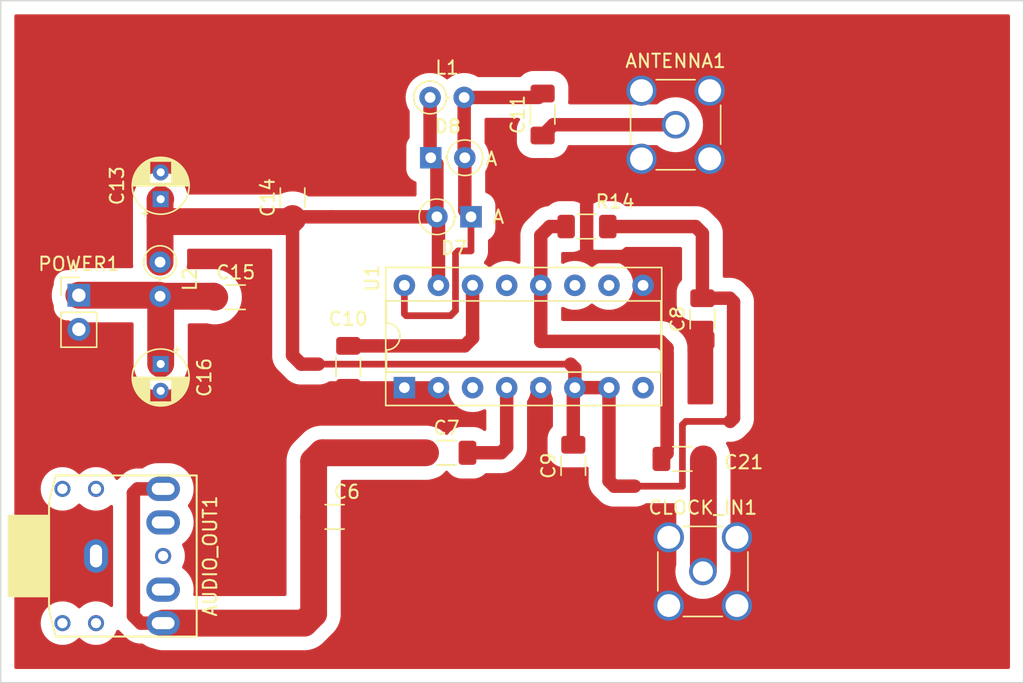
<source format=kicad_pcb>
(kicad_pcb (version 20211014) (generator pcbnew)
  (layers (0 "F.Cu" signal) (31 "B.Cu" signal) (34 "B.Paste" user) (35 "F.Paste" user) (36 "B.SilkS" user "B.Silkscreen") (37 "F.SilkS" user "F.Silkscreen") (38 "B.Mask" user) (39 "F.Mask" user) (44 "Edge.Cuts" user))
  (net 0 "")
  (net 1 "GNDPWR")
  (net 2 "RXB")
  (net 3 "RXA")
  (net 4 "Net-(C11-Pad2)")
  (net 5 "Net-(C11-Pad1)")
  (net 6 "RX_OSC")
  (net 7 "Net-(C21-Pad1)")
  (net 8 "Net-(C13-Pad1)")
  (net 9 "Net-(C10-Pad2)")
  (net 17 "+5V")
  (footprint "Package_DIP:DIP-16_W7.62mm_Socket" (layer "F.Cu") (at 122.8 82.83 90)
    (fp_text reference "U1" (at 8.154 -2.404 90) (layer "F.SilkS"))
    (fp_text value "CD2003GB_GP" hide)
    (fp_line (start 8.95 19.17) (end 8.95 -1.39) (layer "F.SilkS") (width 0.12))
    (fp_line (start 6.46 19.11) (end 6.46 -1.33) (layer "F.SilkS") (width 0.12))
    (fp_line (start 1.16 19.11) (end 6.46 19.11) (layer "F.SilkS") (width 0.12))
    (fp_line (start -1.33 -1.39) (end -1.33 19.17) (layer "F.SilkS") (width 0.12))
    (fp_line (start 8.95 -1.39) (end -1.33 -1.39) (layer "F.SilkS") (width 0.12))
    (fp_line (start -1.33 19.17) (end 8.95 19.17) (layer "F.SilkS") (width 0.12))
    (fp_line (start 2.81 -1.33) (end 1.16 -1.33) (layer "F.SilkS") (width 0.12))
    (fp_line (start 6.46 -1.33) (end 4.81 -1.33) (layer "F.SilkS") (width 0.12))
    (fp_line (start 1.16 -1.33) (end 1.16 19.11) (layer "F.SilkS") (width 0.12))
    (fp_arc (start 4.81 -1.33) (mid 3.81 -0.33) (end 2.81 -1.33) (layer "F.SilkS") (width 0.12))
    (pad "1" thru_hole rect (at 0 0 90) (size 1.6 1.6) (drill 0.8) (layers *.Cu *.Mask) (net 1 "GNDPWR"))
    (pad "2" thru_hole oval (at 0 2.54 90) (size 1.6 1.6) (drill 0.8) (layers *.Cu *.Mask) (net 1 "GNDPWR"))
    (pad "3" thru_hole oval (at 0 5.08 90) (size 1.6 1.6) (drill 0.8) (layers *.Cu *.Mask))
    (pad "4" thru_hole oval (at 0 7.62 90) (size 1.6 1.6) (drill 0.8) (layers *.Cu *.Mask) (net 3 "RXA"))
    (pad "5" thru_hole oval (at 0 10.16 90) (size 1.6 1.6) (drill 0.8) (layers *.Cu *.Mask) (net 1 "GNDPWR"))
    (pad "6" thru_hole oval (at 0 12.7 90) (size 1.6 1.6) (drill 0.8) (layers *.Cu *.Mask) (net 8 "Net-(C13-Pad1)"))
    (pad "7" thru_hole oval (at 0 15.24 90) (size 1.6 1.6) (drill 0.8) (layers *.Cu *.Mask) (net 8 "Net-(C13-Pad1)"))
    (pad "8" thru_hole oval (at 0 17.78 90) (size 1.6 1.6) (drill 0.8) (layers *.Cu *.Mask))
    (pad "9" thru_hole oval (at 7.62 17.78 90) (size 1.6 1.6) (drill 0.8) (layers *.Cu *.Mask) (net 1 "GNDPWR"))
    (pad "10" thru_hole oval (at 7.62 15.24 90) (size 1.6 1.6) (drill 0.8) (layers *.Cu *.Mask))
    (pad "11" thru_hole oval (at 7.62 12.7 90) (size 1.6 1.6) (drill 0.8) (layers *.Cu *.Mask))
    (pad "12" thru_hole oval (at 7.62 10.16 90) (size 1.6 1.6) (drill 0.8) (layers *.Cu *.Mask) (net 7 "Net-(C21-Pad1)"))
    (pad "13" thru_hole oval (at 7.62 7.62 90) (size 1.6 1.6) (drill 0.8) (layers *.Cu *.Mask))
    (pad "14" thru_hole oval (at 7.62 5.08 90) (size 1.6 1.6) (drill 0.8) (layers *.Cu *.Mask) (net 9 "Net-(C10-Pad2)"))
    (pad "15" thru_hole oval (at 7.62 2.54 90) (size 1.6 1.6) (drill 0.8) (layers *.Cu *.Mask) (net 8 "Net-(C13-Pad1)"))
    (pad "16" thru_hole oval (at 7.62 0 90) (size 1.6 1.6) (drill 0.8) (layers *.Cu *.Mask) (net 4 "Net-(C11-Pad2)"))
  )
  (footprint "Capacitor_SMD:C_1206_3216Metric_Pad1.33x1.80mm_HandSolder" (layer "F.Cu") (at 117.602 92.456)
    (fp_text reference "C6" (at 0.916 -1.862) (layer "F.SilkS"))
    (fp_text value "100nF" hide)
    (fp_line (start -0.711252 -0.91) (end 0.711252 -0.91) (layer "F.SilkS") (width 0.12))
    (fp_line (start -0.711252 0.91) (end 0.711252 0.91) (layer "F.SilkS") (width 0.12))
    (pad "1" smd roundrect (at -1.5625 0) (size 1.325 1.8) (layers "F.Cu" "F.Paste" "F.Mask") (roundrect_rratio 0.188679) (net 2 "RXB"))
    (pad "2" smd roundrect (at 1.5625 0) (size 1.325 1.8) (layers "F.Cu" "F.Paste" "F.Mask") (roundrect_rratio 0.188679) (net 1 "GNDPWR"))
  )
  (footprint "Capacitor_SMD:C_1206_3216Metric_Pad1.33x1.80mm_HandSolder" (layer "F.Cu") (at 133.096 62.484 90)
    (fp_text reference "C11" (at 0 -1.85 90) (layer "F.SilkS"))
    (fp_text value "680pF" hide)
    (fp_line (start -0.711252 -0.91) (end 0.711252 -0.91) (layer "F.SilkS") (width 0.12))
    (fp_line (start -0.711252 0.91) (end 0.711252 0.91) (layer "F.SilkS") (width 0.12))
    (pad "1" smd roundrect (at -1.5625 0 90) (size 1.325 1.8) (layers "F.Cu" "F.Paste" "F.Mask") (roundrect_rratio 0.188679) (net 5 "Net-(C11-Pad1)"))
    (pad "2" smd roundrect (at 1.5625 0 90) (size 1.325 1.8) (layers "F.Cu" "F.Paste" "F.Mask") (roundrect_rratio 0.188679) (net 4 "Net-(C11-Pad2)"))
  )
  (footprint "Capacitor_SMD:C_1206_3216Metric_Pad1.33x1.80mm_HandSolder" (layer "F.Cu") (at 118.618 81.28 90)
    (fp_text reference "C10" (at 3.586 -0.01 180) (layer "F.SilkS"))
    (fp_text value "100nF" hide)
    (fp_line (start -0.711252 0.91) (end 0.711252 0.91) (layer "F.SilkS") (width 0.12))
    (fp_line (start -0.711252 -0.91) (end 0.711252 -0.91) (layer "F.SilkS") (width 0.12))
    (pad "1" smd roundrect (at -1.5625 0 90) (size 1.325 1.8) (layers "F.Cu" "F.Paste" "F.Mask") (roundrect_rratio 0.188679) (net 1 "GNDPWR"))
    (pad "2" smd roundrect (at 1.5625 0 90) (size 1.325 1.8) (layers "F.Cu" "F.Paste" "F.Mask") (roundrect_rratio 0.188679) (net 9 "Net-(C10-Pad2)"))
  )
  (footprint "Capacitor_SMD:C_1206_3216Metric_Pad1.33x1.80mm_HandSolder" (layer "F.Cu") (at 145 77.73 90)
    (fp_text reference "C8" (at 0 -1.85 90) (layer "F.SilkS"))
    (fp_text value "100nF" hide)
    (fp_line (start -0.711252 0.91) (end 0.711252 0.91) (layer "F.SilkS") (width 0.12))
    (fp_line (start -0.711252 -0.91) (end 0.711252 -0.91) (layer "F.SilkS") (width 0.12))
    (pad "1" smd roundrect (at -1.5625 0 90) (size 1.325 1.8) (layers "F.Cu" "F.Paste" "F.Mask") (roundrect_rratio 0.188679) (net 1 "GNDPWR"))
    (pad "2" smd roundrect (at 1.5625 0 90) (size 1.325 1.8) (layers "F.Cu" "F.Paste" "F.Mask") (roundrect_rratio 0.188679) (net 8 "Net-(C13-Pad1)"))
  )
  (footprint "Capacitor_SMD:C_1206_3216Metric_Pad1.33x1.80mm_HandSolder" (layer "F.Cu") (at 143.51 88.138)
    (fp_text reference "C21" (at 4.568 0.246) (layer "F.SilkS"))
    (fp_text value "100nF" hide)
    (fp_line (start -0.711252 -0.91) (end 0.711252 -0.91) (layer "F.SilkS") (width 0.12))
    (fp_line (start -0.711252 0.91) (end 0.711252 0.91) (layer "F.SilkS") (width 0.12))
    (pad "1" smd roundrect (at -1.5625 0) (size 1.325 1.8) (layers "F.Cu" "F.Paste" "F.Mask") (roundrect_rratio 0.188679) (net 7 "Net-(C21-Pad1)"))
    (pad "2" smd roundrect (at 1.5625 0) (size 1.325 1.8) (layers "F.Cu" "F.Paste" "F.Mask") (roundrect_rratio 0.188679) (net 6 "RX_OSC"))
  )
  (footprint "Capacitor_SMD:C_1206_3216Metric_Pad1.33x1.80mm_HandSolder" (layer "F.Cu") (at 135.382 88.646 90)
    (fp_text reference "C9" (at 0 -1.85 90) (layer "F.SilkS"))
    (fp_text value "100nF" hide)
    (fp_line (start -0.711252 -0.91) (end 0.711252 -0.91) (layer "F.SilkS") (width 0.12))
    (fp_line (start -0.711252 0.91) (end 0.711252 0.91) (layer "F.SilkS") (width 0.12))
    (pad "1" smd roundrect (at -1.5625 0 90) (size 1.325 1.8) (layers "F.Cu" "F.Paste" "F.Mask") (roundrect_rratio 0.188679) (net 1 "GNDPWR"))
    (pad "2" smd roundrect (at 1.5625 0 90) (size 1.325 1.8) (layers "F.Cu" "F.Paste" "F.Mask") (roundrect_rratio 0.188679) (net 8 "Net-(C13-Pad1)"))
  )
  (footprint "Capacitor_THT:CP_Radial_D4.0mm_P2.00mm" (layer "F.Cu") (at 104.648 68.790599 90)
    (fp_text reference "C13" (at 1 -3.25 90) (layer "F.SilkS"))
    (fp_text value "10uF/16V" hide)
    (fp_line (start 3.001 -0.664) (end 3.001 0.664) (layer "F.SilkS") (width 0.12))
    (fp_line (start 1.32 -2.056) (end 1.32 -0.84) (layer "F.SilkS") (width 0.12))
    (fp_line (start 2.201 -1.708) (end 2.201 -0.84) (layer "F.SilkS") (width 0.12))
    (fp_line (start 2.041 0.84) (end 2.041 1.808) (layer "F.SilkS") (width 0.12))
    (fp_line (start 2.561 -1.396) (end 2.561 -0.84) (layer "F.SilkS") (width 0.12))
    (fp_line (start 2.801 -1.08) (end 2.801 -0.84) (layer "F.SilkS") (width 0.12))
    (fp_line (start 2.681 0.84) (end 2.681 1.254) (layer "F.SilkS") (width 0.12))
    (fp_line (start 1.6 0.84) (end 1.6 1.994) (layer "F.SilkS") (width 0.12))
    (fp_line (start 1.56 0.84) (end 1.56 2.005) (layer "F.SilkS") (width 0.12))
    (fp_line (start 1.2 -2.071) (end 1.2 -0.84) (layer "F.SilkS") (width 0.12))
    (fp_line (start 1.921 0.84) (end 1.921 1.87) (layer "F.SilkS") (width 0.12))
    (fp_line (start 1.68 0.84) (end 1.68 1.968) (layer "F.SilkS") (width 0.12))
    (fp_line (start 1.44 0.84) (end 1.44 2.034) (layer "F.SilkS") (width 0.12))
    (fp_line (start 1.761 -1.94) (end 1.761 -0.84) (layer "F.SilkS") (width 0.12))
    (fp_line (start 2.641 0.84) (end 2.641 1.304) (layer "F.SilkS") (width 0.12))
    (fp_line (start 1.24 0.84) (end 1.24 2.067) (layer "F.SilkS") (width 0.12))
    (fp_line (start 1.721 -1.954) (end 1.721 -0.84) (layer "F.SilkS") (width 0.12))
    (fp_line (start 2.721 0.84) (end 2.721 1.2) (layer "F.SilkS") (width 0.12))
    (fp_line (start 1.4 0.84) (end 1.4 2.042) (layer "F.SilkS") (width 0.12))
    (fp_line (start 1.64 0.84) (end 1.64 1.982) (layer "F.SilkS") (width 0.12))
    (fp_line (start 2.081 0.84) (end 2.081 1.785) (layer "F.SilkS") (width 0.12))
    (fp_line (start 2.161 -1.735) (end 2.161 -0.84) (layer "F.SilkS") (width 0.12))
    (fp_line (start 1.64 -1.982) (end 1.64 -0.84) (layer "F.SilkS") (width 0.12))
    (fp_line (start 2.241 0.84) (end 2.241 1.68) (layer "F.SilkS") (width 0.12))
    (fp_line (start 1.28 0.84) (end 1.28 2.062) (layer "F.SilkS") (width 0.12))
    (fp_line (start 2.801 0.84) (end 2.801 1.08) (layer "F.SilkS") (width 0.12))
    (fp_line (start 1.48 -2.025) (end 1.48 -0.84) (layer "F.SilkS") (width 0.12))
    (fp_line (start 1.56 -2.005) (end 1.56 -0.84) (layer "F.SilkS") (width 0.12))
    (fp_line (start 2.881 -0.94) (end 2.881 0.94) (layer "F.SilkS") (width 0.12))
    (fp_line (start 2.921 -0.859) (end 2.921 0.859) (layer "F.SilkS") (width 0.12))
    (fp_line (start 2.761 -1.142) (end 2.761 -0.84) (layer "F.SilkS") (width 0.12))
    (fp_line (start 1.801 -1.924) (end 1.801 -0.84) (layer "F.SilkS") (width 0.12))
    (fp_line (start 1.2 0.84) (end 1.2 2.071) (layer "F.SilkS") (width 0.12))
    (fp_line (start 2.041 -1.808) (end 2.041 -0.84) (layer "F.SilkS") (width 0.12))
    (fp_line (start 2.561 0.84) (end 2.561 1.396) (layer "F.SilkS") (width 0.12))
    (fp_line (start 2.121 -1.76) (end 2.121 -0.84) (layer "F.SilkS") (width 0.12))
    (fp_line (start 2.721 -1.2) (end 2.721 -0.84) (layer "F.SilkS") (width 0.12))
    (fp_line (start 2.401 -1.552) (end 2.401 -0.84) (layer "F.SilkS") (width 0.12))
    (fp_line (start 2.961 -0.768) (end 2.961 0.768) (layer "F.SilkS") (width 0.12))
    (fp_line (start 2.841 -1.013) (end 2.841 1.013) (layer "F.SilkS") (width 0.12))
    (fp_line (start 1.16 -2.074) (end 1.16 2.074) (layer "F.SilkS") (width 0.12))
    (fp_line (start 1.68 -1.968) (end 1.68 -0.84) (layer "F.SilkS") (width 0.12))
    (fp_line (start 2.001 0.84) (end 2.001 1.83) (layer "F.SilkS") (width 0.12))
    (fp_line (start 1.32 0.84) (end 1.32 2.056) (layer "F.SilkS") (width 0.12))
    (fp_line (start 3.041 -0.537) (end 3.041 0.537) (layer "F.SilkS") (width 0.12))
    (fp_line (start 2.201 0.84) (end 2.201 1.708) (layer "F.SilkS") (width 0.12))
    (fp_line (start 2.481 0.84) (end 2.481 1.478) (layer "F.SilkS") (width 0.12))
    (fp_line (start 1.24 -2.067) (end 1.24 -0.84) (layer "F.SilkS") (width 0.12))
    (fp_line (start 2.161 0.84) (end 2.161 1.735) (layer "F.SilkS") (width 0.12))
    (fp_line (start 2.281 0.84) (end 2.281 1.65) (layer "F.SilkS") (width 0.12))
    (fp_line (start 1.881 -1.889) (end 1.881 -0.84) (layer "F.SilkS") (width 0.12))
    (fp_line (start 1.36 -2.05) (end 1.36 -0.84) (layer "F.SilkS") (width 0.12))
    (fp_line (start 2.321 -1.619) (end 2.321 -0.84) (layer "F.SilkS") (width 0.12))
    (fp_line (start 1.6 -1.994) (end 1.6 -0.84) (layer "F.SilkS") (width 0.12))
    (fp_line (start 1.761 0.84) (end 1.761 1.94) (layer "F.SilkS") (width 0.12))
    (fp_line (start 1.921 -1.87) (end 1.921 -0.84) (layer "F.SilkS") (width 0.12))
    (fp_line (start 2.601 0.84) (end 2.601 1.351) (layer "F.SilkS") (width 0.12))
    (fp_line (start 1.841 0.84) (end 1.841 1.907) (layer "F.SilkS") (width 0.12))
    (fp_line (start 1.801 0.84) (end 1.801 1.924) (layer "F.SilkS") (width 0.12))
    (fp_line (start 2.281 -1.65) (end 2.281 -0.84) (layer "F.SilkS") (width 0.12))
    (fp_line (start 2.521 -1.438) (end 2.521 -0.84) (layer "F.SilkS") (width 0.12))
    (fp_line (start 2.401 0.84) (end 2.401 1.552) (layer "F.SilkS") (width 0.12))
    (fp_line (start 2.361 -1.587) (end 2.361 -0.84) (layer "F.SilkS") (width 0.12))
    (fp_line (start 2.761 0.84) (end 2.761 1.142) (layer "F.SilkS") (width 0.12))
    (fp_line (start 2.441 0.84) (end 2.441 1.516) (layer "F.SilkS") (width 0.12))
    (fp_line (start 2.681 -1.254) (end 2.681 -0.84) (layer "F.SilkS") (width 0.12))
    (fp_line (start 1 -2.08) (end 1 2.08) (layer "F.SilkS") (width 0.12))
    (fp_line (start 2.481 -1.478) (end 2.481 -0.84) (layer "F.SilkS") (width 0.12))
    (fp_line (start -1.069801 -1.395) (end -1.069801 -0.995) (layer "F.SilkS") (width 0.12))
    (fp_line (start 2.521 0.84) (end 2.521 1.438) (layer "F.SilkS") (width 0.12))
    (fp_line (start 2.601 -1.351) (end 2.601 -0.84) (layer "F.SilkS") (width 0.12))
    (fp_line (start 1.721 0.84) (end 1.721 1.954) (layer "F.SilkS") (width 0.12))
    (fp_line (start 1.881 0.84) (end 1.881 1.889) (layer "F.SilkS") (width 0.12))
    (fp_line (start 2.241 -1.68) (end 2.241 -0.84) (layer "F.SilkS") (width 0.12))
    (fp_line (start 1.28 -2.062) (end 1.28 -0.84) (layer "F.SilkS") (width 0.12))
    (fp_line (start 1.04 -2.08) (end 1.04 2.08) (layer "F.SilkS") (width 0.12))
    (fp_line (start 1.08 -2.079) (end 1.08 2.079) (layer "F.SilkS") (width 0.12))
    (fp_line (start 2.001 -1.83) (end 2.001 -0.84) (layer "F.SilkS") (width 0.12))
    (fp_line (start 2.081 -1.785) (end 2.081 -0.84) (layer "F.SilkS") (width 0.12))
    (fp_line (start 1.52 0.84) (end 1.52 2.016) (layer "F.SilkS") (width 0.12))
    (fp_line (start 1.44 -2.034) (end 1.44 -0.84) (layer "F.SilkS") (width 0.12))
    (fp_line (start 1.961 -1.851) (end 1.961 -0.84) (layer "F.SilkS") (width 0.12))
    (fp_line (start 1.36 0.84) (end 1.36 2.05) (layer "F.SilkS") (width 0.12))
    (fp_line (start 1.4 -2.042) (end 1.4 -0.84) (layer "F.SilkS") (width 0.12))
    (fp_line (start 1.52 -2.016) (end 1.52 -0.84) (layer "F.SilkS") (width 0.12))
    (fp_line (start 3.081 -0.37) (end 3.081 0.37) (layer "F.SilkS") (width 0.12))
    (fp_line (start 2.321 0.84) (end 2.321 1.619) (layer "F.SilkS") (width 0.12))
    (fp_line (start 2.121 0.84) (end 2.121 1.76) (layer "F.SilkS") (width 0.12))
    (fp_line (start 2.361 0.84) (end 2.361 1.587) (layer "F.SilkS") (width 0.12))
    (fp_line (start 2.441 -1.516) (end 2.441 -0.84) (layer "F.SilkS") (width 0.12))
    (fp_line (start 2.641 -1.304) (end 2.641 -0.84) (layer "F.SilkS") (width 0.12))
    (fp_line (start 1.48 0.84) (end 1.48 2.025) (layer "F.SilkS") (width 0.12))
    (fp_line (start 1.961 0.84) (end 1.961 1.851) (layer "F.SilkS") (width 0.12))
    (fp_line (start -1.269801 -1.195) (end -0.869801 -1.195) (layer "F.SilkS") (width 0.12))
    (fp_line (start 1.841 -1.907) (end 1.841 -0.84) (layer "F.SilkS") (width 0.12))
    (fp_line (start 1.12 -2.077) (end 1.12 2.077) (layer "F.SilkS") (width 0.12))
    (fp_circle (center 1 0) (end 3.12 0) (layer "F.SilkS") (width 0.12) (fill none))
    (pad "1" thru_hole rect (at 0 0 90) (size 1.2 1.2) (drill 0.6) (layers *.Cu *.Mask) (net 8 "Net-(C13-Pad1)"))
    (pad "2" thru_hole circle (at 2 0 90) (size 1.2 1.2) (drill 0.6) (layers *.Cu *.Mask) (net 1 "GNDPWR"))
  )
  (footprint "Capacitor_SMD:C_1206_3216Metric_Pad1.33x1.80mm_HandSolder" (layer "F.Cu") (at 114.47 68.67 90)
    (fp_text reference "C14" (at 0 -1.85 90) (layer "F.SilkS"))
    (fp_text value "100nF" hide)
    (fp_line (start -0.711252 0.91) (end 0.711252 0.91) (layer "F.SilkS") (width 0.12))
    (fp_line (start -0.711252 -0.91) (end 0.711252 -0.91) (layer "F.SilkS") (width 0.12))
    (pad "1" smd roundrect (at -1.5625 0 90) (size 1.325 1.8) (layers "F.Cu" "F.Paste" "F.Mask") (roundrect_rratio 0.188679) (net 8 "Net-(C13-Pad1)"))
    (pad "2" smd roundrect (at 1.5625 0 90) (size 1.325 1.8) (layers "F.Cu" "F.Paste" "F.Mask") (roundrect_rratio 0.188679) (net 1 "GNDPWR"))
  )
  (footprint "Capacitor_SMD:C_1206_3216Metric_Pad1.33x1.80mm_HandSolder" (layer "F.Cu") (at 110.236 76.096)
    (fp_text reference "C15" (at 0 -1.85) (layer "F.SilkS"))
    (fp_text value "100nF" hide)
    (fp_line (start -0.711252 0.91) (end 0.711252 0.91) (layer "F.SilkS") (width 0.12))
    (fp_line (start -0.711252 -0.91) (end 0.711252 -0.91) (layer "F.SilkS") (width 0.12))
    (pad "1" smd roundrect (at -1.5625 0) (size 1.325 1.8) (layers "F.Cu" "F.Paste" "F.Mask") (roundrect_rratio 0.188679) (net 17 "+5V"))
    (pad "2" smd roundrect (at 1.5625 0) (size 1.325 1.8) (layers "F.Cu" "F.Paste" "F.Mask") (roundrect_rratio 0.188679) (net 1 "GNDPWR"))
  )
  (footprint "Capacitor_THT:CP_Radial_D4.0mm_P2.00mm" (layer "F.Cu") (at 104.648 81.069401 -90)
    (fp_text reference "C16" (at 1 -3.25 90) (layer "F.SilkS"))
    (fp_text value "100uF/16V" hide)
    (fp_line (start 1.48 -2.025) (end 1.48 -0.84) (layer "F.SilkS") (width 0.12))
    (fp_line (start 1.2 -2.071) (end 1.2 -0.84) (layer "F.SilkS") (width 0.12))
    (fp_line (start 1.16 -2.074) (end 1.16 2.074) (layer "F.SilkS") (width 0.12))
    (fp_line (start 2.121 -1.76) (end 2.121 -0.84) (layer "F.SilkS") (width 0.12))
    (fp_line (start 1.761 -1.94) (end 1.761 -0.84) (layer "F.SilkS") (width 0.12))
    (fp_line (start 2.601 -1.351) (end 2.601 -0.84) (layer "F.SilkS") (width 0.12))
    (fp_line (start 2.481 0.84) (end 2.481 1.478) (layer "F.SilkS") (width 0.12))
    (fp_line (start 3.081 -0.37) (end 3.081 0.37) (layer "F.SilkS") (width 0.12))
    (fp_line (start 1.961 0.84) (end 1.961 1.851) (layer "F.SilkS") (width 0.12))
    (fp_line (start 1.12 -2.077) (end 1.12 2.077) (layer "F.SilkS") (width 0.12))
    (fp_line (start 1.52 -2.016) (end 1.52 -0.84) (layer "F.SilkS") (width 0.12))
    (fp_line (start 1.6 0.84) (end 1.6 1.994) (layer "F.SilkS") (width 0.12))
    (fp_line (start 1.48 0.84) (end 1.48 2.025) (layer "F.SilkS") (width 0.12))
    (fp_line (start 1.6 -1.994) (end 1.6 -0.84) (layer "F.SilkS") (width 0.12))
    (fp_line (start 2.921 -0.859) (end 2.921 0.859) (layer "F.SilkS") (width 0.12))
    (fp_line (start 1.44 0.84) (end 1.44 2.034) (layer "F.SilkS") (width 0.12))
    (fp_line (start 1.881 0.84) (end 1.881 1.889) (layer "F.SilkS") (width 0.12))
    (fp_line (start 2.521 0.84) (end 2.521 1.438) (layer "F.SilkS") (width 0.12))
    (fp_line (start 1.841 -1.907) (end 1.841 -0.84) (layer "F.SilkS") (width 0.12))
    (fp_line (start 2.161 -1.735) (end 2.161 -0.84) (layer "F.SilkS") (width 0.12))
    (fp_line (start 2.641 0.84) (end 2.641 1.304) (layer "F.SilkS") (width 0.12))
    (fp_line (start 1.24 0.84) (end 1.24 2.067) (layer "F.SilkS") (width 0.12))
    (fp_line (start 2.321 -1.619) (end 2.321 -0.84) (layer "F.SilkS") (width 0.12))
    (fp_line (start 3.001 -0.664) (end 3.001 0.664) (layer "F.SilkS") (width 0.12))
    (fp_line (start 2.521 -1.438) (end 2.521 -0.84) (layer "F.SilkS") (width 0.12))
    (fp_line (start 1.44 -2.034) (end 1.44 -0.84) (layer "F.SilkS") (width 0.12))
    (fp_line (start 2.361 -1.587) (end 2.361 -0.84) (layer "F.SilkS") (width 0.12))
    (fp_line (start 1.721 0.84) (end 1.721 1.954) (layer "F.SilkS") (width 0.12))
    (fp_line (start 1.64 0.84) (end 1.64 1.982) (layer "F.SilkS") (width 0.12))
    (fp_line (start 1.961 -1.851) (end 1.961 -0.84) (layer "F.SilkS") (width 0.12))
    (fp_line (start 2.281 0.84) (end 2.281 1.65) (layer "F.SilkS") (width 0.12))
    (fp_line (start 2.801 -1.08) (end 2.801 -0.84) (layer "F.SilkS") (width 0.12))
    (fp_line (start 2.041 -1.808) (end 2.041 -0.84) (layer "F.SilkS") (width 0.12))
    (fp_line (start 1.56 0.84) (end 1.56 2.005) (layer "F.SilkS") (width 0.12))
    (fp_line (start 2.761 0.84) (end 2.761 1.142) (layer "F.SilkS") (width 0.12))
    (fp_line (start 2.081 -1.785) (end 2.081 -0.84) (layer "F.SilkS") (width 0.12))
    (fp_line (start 2.361 0.84) (end 2.361 1.587) (layer "F.SilkS") (width 0.12))
    (fp_line (start 2.761 -1.142) (end 2.761 -0.84) (layer "F.SilkS") (width 0.12))
    (fp_line (start 1.801 0.84) (end 1.801 1.924) (layer "F.SilkS") (width 0.12))
    (fp_line (start 1.761 0.84) (end 1.761 1.94) (layer "F.SilkS") (width 0.12))
    (fp_line (start 1.28 -2.062) (end 1.28 -0.84) (layer "F.SilkS") (width 0.12))
    (fp_line (start 1.04 -2.08) (end 1.04 2.08) (layer "F.SilkS") (width 0.12))
    (fp_line (start 2.281 -1.65) (end 2.281 -0.84) (layer "F.SilkS") (width 0.12))
    (fp_line (start 2.601 0.84) (end 2.601 1.351) (layer "F.SilkS") (width 0.12))
    (fp_line (start 1.841 0.84) (end 1.841 1.907) (layer "F.SilkS") (width 0.12))
    (fp_line (start 2.081 0.84) (end 2.081 1.785) (layer "F.SilkS") (width 0.12))
    (fp_line (start 1.64 -1.982) (end 1.64 -0.84) (layer "F.SilkS") (width 0.12))
    (fp_line (start 2.721 0.84) (end 2.721 1.2) (layer "F.SilkS") (width 0.12))
    (fp_line (start 1.52 0.84) (end 1.52 2.016) (layer "F.SilkS") (width 0.12))
    (fp_line (start 2.641 -1.304) (end 2.641 -0.84) (layer "F.SilkS") (width 0.12))
    (fp_line (start 2.401 0.84) (end 2.401 1.552) (layer "F.SilkS") (width 0.12))
    (fp_line (start 2.561 -1.396) (end 2.561 -0.84) (layer "F.SilkS") (width 0.12))
    (fp_line (start 2.681 -1.254) (end 2.681 -0.84) (layer "F.SilkS") (width 0.12))
    (fp_line (start 1.721 -1.954) (end 1.721 -0.84) (layer "F.SilkS") (width 0.12))
    (fp_line (start 1.24 -2.067) (end 1.24 -0.84) (layer "F.SilkS") (width 0.12))
    (fp_line (start 1.4 -2.042) (end 1.4 -0.84) (layer "F.SilkS") (width 0.12))
    (fp_line (start 2.201 0.84) (end 2.201 1.708) (layer "F.SilkS") (width 0.12))
    (fp_line (start 2.121 0.84) (end 2.121 1.76) (layer "F.SilkS") (width 0.12))
    (fp_line (start 1.921 0.84) (end 1.921 1.87) (layer "F.SilkS") (width 0.12))
    (fp_line (start 1.08 -2.079) (end 1.08 2.079) (layer "F.SilkS") (width 0.12))
    (fp_line (start 2.681 0.84) (end 2.681 1.254) (layer "F.SilkS") (width 0.12))
    (fp_line (start 2.001 0.84) (end 2.001 1.83) (layer "F.SilkS") (width 0.12))
    (fp_line (start 2.721 -1.2) (end 2.721 -0.84) (layer "F.SilkS") (width 0.12))
    (fp_line (start 1 -2.08) (end 1 2.08) (layer "F.SilkS") (width 0.12))
    (fp_line (start 1.28 0.84) (end 1.28 2.062) (layer "F.SilkS") (width 0.12))
    (fp_line (start 2.561 0.84) (end 2.561 1.396) (layer "F.SilkS") (width 0.12))
    (fp_line (start 3.041 -0.537) (end 3.041 0.537) (layer "F.SilkS") (width 0.12))
    (fp_line (start 2.041 0.84) (end 2.041 1.808) (layer "F.SilkS") (width 0.12))
    (fp_line (start 1.68 0.84) (end 1.68 1.968) (layer "F.SilkS") (width 0.12))
    (fp_line (start 1.4 0.84) (end 1.4 2.042) (layer "F.SilkS") (width 0.12))
    (fp_line (start -1.269801 -1.195) (end -0.869801 -1.195) (layer "F.SilkS") (width 0.12))
    (fp_line (start 2.841 -1.013) (end 2.841 1.013) (layer "F.SilkS") (width 0.12))
    (fp_line (start 2.481 -1.478) (end 2.481 -0.84) (layer "F.SilkS") (width 0.12))
    (fp_line (start 2.441 -1.516) (end 2.441 -0.84) (layer "F.SilkS") (width 0.12))
    (fp_line (start 2.161 0.84) (end 2.161 1.735) (layer "F.SilkS") (width 0.12))
    (fp_line (start 2.881 -0.94) (end 2.881 0.94) (layer "F.SilkS") (width 0.12))
    (fp_line (start 1.32 -2.056) (end 1.32 -0.84) (layer "F.SilkS") (width 0.12))
    (fp_line (start 1.36 0.84) (end 1.36 2.05) (layer "F.SilkS") (width 0.12))
    (fp_line (start 2.401 -1.552) (end 2.401 -0.84) (layer "F.SilkS") (width 0.12))
    (fp_line (start 2.241 -1.68) (end 2.241 -0.84) (layer "F.SilkS") (width 0.12))
    (fp_line (start 1.68 -1.968) (end 1.68 -0.84) (layer "F.SilkS") (width 0.12))
    (fp_line (start 2.801 0.84) (end 2.801 1.08) (layer "F.SilkS") (width 0.12))
    (fp_line (start -1.069801 -1.395) (end -1.069801 -0.995) (layer "F.SilkS") (width 0.12))
    (fp_line (start 1.32 0.84) (end 1.32 2.056) (layer "F.SilkS") (width 0.12))
    (fp_line (start 2.001 -1.83) (end 2.001 -0.84) (layer "F.SilkS") (width 0.12))
    (fp_line (start 1.801 -1.924) (end 1.801 -0.84) (layer "F.SilkS") (width 0.12))
    (fp_line (start 2.321 0.84) (end 2.321 1.619) (layer "F.SilkS") (width 0.12))
    (fp_line (start 1.36 -2.05) (end 1.36 -0.84) (layer "F.SilkS") (width 0.12))
    (fp_line (start 1.56 -2.005) (end 1.56 -0.84) (layer "F.SilkS") (width 0.12))
    (fp_line (start 2.201 -1.708) (end 2.201 -0.84) (layer "F.SilkS") (width 0.12))
    (fp_line (start 1.881 -1.889) (end 1.881 -0.84) (layer "F.SilkS") (width 0.12))
    (fp_line (start 1.2 0.84) (end 1.2 2.071) (layer "F.SilkS") (width 0.12))
    (fp_line (start 1.921 -1.87) (end 1.921 -0.84) (layer "F.SilkS") (width 0.12))
    (fp_line (start 2.241 0.84) (end 2.241 1.68) (layer "F.SilkS") (width 0.12))
    (fp_line (start 2.961 -0.768) (end 2.961 0.768) (layer "F.SilkS") (width 0.12))
    (fp_line (start 2.441 0.84) (end 2.441 1.516) (layer "F.SilkS") (width 0.12))
    (fp_circle (center 1 0) (end 3.12 0) (layer "F.SilkS") (width 0.12) (fill none))
    (pad "1" thru_hole rect (at 0 0 270) (size 1.2 1.2) (drill 0.6) (layers *.Cu *.Mask) (net 17 "+5V"))
    (pad "2" thru_hole circle (at 2 0 270) (size 1.2 1.2) (drill 0.6) (layers *.Cu *.Mask) (net 1 "GNDPWR"))
  )
  (footprint "Diode_THT:D_DO-35_SOD27_P2.54mm_Vertical_KathodeUp" (layer "F.Cu") (at 127.762 70.104 180)
    (fp_text reference "D7" (at 1.27 -2.326371 180) (layer "F.SilkS"))
    (fp_text value "1N4148" hide)
    (fp_line (start 1.213629 0) (end 1.1 0) (layer "F.SilkS") (width 0.12))
    (fp_circle (center 2.54 0) (end 3.866371 0) (layer "F.SilkS") (width 0.12) (fill none))
    (pad "1" thru_hole rect (at 0 0 180) (size 1.6 1.6) (drill 0.8) (layers *.Cu *.Mask) (net 4 "Net-(C11-Pad2)"))
    (pad "2" thru_hole oval (at 2.54 0 180) (size 1.6 1.6) (drill 0.8) (layers *.Cu *.Mask) (net 8 "Net-(C13-Pad1)"))
  )
  (footprint "Diode_THT:D_DO-35_SOD27_P2.54mm_Vertical_KathodeUp" (layer "F.Cu") (at 124.762 65.704)
    (fp_text reference "D8" (at 1.27 -2.326371) (layer "F.SilkS"))
    (fp_text value "1N4148" hide)
    (fp_line (start 1.213629 0) (end 1.1 0) (layer "F.SilkS") (width 0.12))
    (fp_circle (center 2.54 0) (end 3.866371 0) (layer "F.SilkS") (width 0.12) (fill none))
    (pad "1" thru_hole rect (at 0 0) (size 1.6 1.6) (drill 0.8) (layers *.Cu *.Mask) (net 8 "Net-(C13-Pad1)"))
    (pad "2" thru_hole oval (at 2.54 0) (size 1.6 1.6) (drill 0.8) (layers *.Cu *.Mask) (net 4 "Net-(C11-Pad2)"))
  )
  (footprint "Inductor_THT:L_Axial_L5.3mm_D2.2mm_P2.54mm_Vertical_Vishay_IM-1" (layer "F.Cu") (at 104.6 73.48 -90)
    (fp_text reference "L2" (at 1.27 -2.22 90) (layer "F.SilkS"))
    (fp_text value "100uH" hide)
    (fp_line (start 1.22 0) (end 1.44 0) (layer "F.SilkS") (width 0.12))
    (fp_circle (center 0 0) (end 1.22 0) (layer "F.SilkS") (width 0.12) (fill none))
    (pad "1" thru_hole circle (at 0 0 270) (size 1.6 1.6) (drill 0.8) (layers *.Cu *.Mask) (net 8 "Net-(C13-Pad1)"))
    (pad "2" thru_hole oval (at 2.54 0 270) (size 1.6 1.6) (drill 0.8) (layers *.Cu *.Mask) (net 17 "+5V"))
  )
  (footprint "Inductor_THT:L_Axial_L5.3mm_D2.2mm_P2.54mm_Vertical_Vishay_IM-1" (layer "F.Cu") (at 124.714 61.214)
    (fp_text reference "L1" (at 1.27 -2.22) (layer "F.SilkS"))
    (fp_text value "1uH" hide)
    (fp_line (start 1.22 0) (end 1.44 0) (layer "F.SilkS") (width 0.12))
    (fp_circle (center 0 0) (end 1.22 0) (layer "F.SilkS") (width 0.12) (fill none))
    (pad "1" thru_hole circle (at 0 0) (size 1.6 1.6) (drill 0.8) (layers *.Cu *.Mask) (net 8 "Net-(C13-Pad1)"))
    (pad "2" thru_hole oval (at 2.54 0) (size 1.6 1.6) (drill 0.8) (layers *.Cu *.Mask) (net 4 "Net-(C11-Pad2)"))
  )
  (footprint "Resistor_SMD:R_1206_3216Metric_Pad1.30x1.75mm_HandSolder" (layer "F.Cu") (at 136.4 70.83)
    (fp_text reference "R14" (at 2.098 -1.856) (layer "F.SilkS"))
    (fp_text value "100" hide)
    (fp_line (start -0.727064 -0.91) (end 0.727064 -0.91) (layer "F.SilkS") (width 0.12))
    (fp_line (start -0.727064 0.91) (end 0.727064 0.91) (layer "F.SilkS") (width 0.12))
    (pad "1" smd roundrect (at -1.55 0) (size 1.3 1.75) (layers "F.Cu" "F.Paste" "F.Mask") (roundrect_rratio 0.192308) (net 7 "Net-(C21-Pad1)"))
    (pad "2" smd roundrect (at 1.55 0) (size 1.3 1.75) (layers "F.Cu" "F.Paste" "F.Mask") (roundrect_rratio 0.192308) (net 8 "Net-(C13-Pad1)"))
  )
  (footprint "Connector_Coaxial:SMA_Amphenol_901-144_Vertical" (layer "F.Cu") (at 145.034 96.52)
    (fp_text reference "CLOCK_IN1" (at 0 -4.75) (layer "F.SilkS"))
    (fp_text value "Conn_Coaxial" hide)
    (fp_line (start -3.355 -1.45) (end -3.355 1.45) (layer "F.SilkS") (width 0.12))
    (fp_line (start -1.45 3.355) (end 1.45 3.355) (layer "F.SilkS") (width 0.12))
    (fp_line (start 3.355 -1.45) (end 3.355 1.45) (layer "F.SilkS") (width 0.12))
    (fp_line (start -1.45 -3.355) (end 1.45 -3.355) (layer "F.SilkS") (width 0.12))
    (pad "1" thru_hole circle (at 0 0) (size 2.05 2.05) (drill 1.5) (layers *.Cu *.Mask) (net 6 "RX_OSC"))
    (pad "2" thru_hole circle (at -2.54 2.54) (size 2.25 2.25) (drill 1.7) (layers *.Cu *.Mask) (net 1 "GNDPWR"))
    (pad "2" thru_hole circle (at 2.54 -2.54) (size 2.25 2.25) (drill 1.7) (layers *.Cu *.Mask) (net 1 "GNDPWR"))
    (pad "2" thru_hole circle (at 2.54 2.54) (size 2.25 2.25) (drill 1.7) (layers *.Cu *.Mask) (net 1 "GNDPWR"))
    (pad "2" thru_hole circle (at -2.54 -2.54) (size 2.25 2.25) (drill 1.7) (layers *.Cu *.Mask) (net 1 "GNDPWR"))
  )
  (footprint "Capacitor_SMD:C_1206_3216Metric_Pad1.33x1.80mm_HandSolder" (layer "F.Cu") (at 125.9375 87.68)
    (fp_text reference "C7" (at 0 -1.85) (layer "F.SilkS"))
    (fp_text value "470nF" hide)
    (fp_line (start -0.711252 -0.91) (end 0.711252 -0.91) (layer "F.SilkS") (width 0.12))
    (fp_line (start -0.711252 0.91) (end 0.711252 0.91) (layer "F.SilkS") (width 0.12))
    (pad "1" smd roundrect (at -1.5625 0) (size 1.325 1.8) (layers "F.Cu" "F.Paste" "F.Mask") (roundrect_rratio 0.188679) (net 2 "RXB"))
    (pad "2" smd roundrect (at 1.5625 0) (size 1.325 1.8) (layers "F.Cu" "F.Paste" "F.Mask") (roundrect_rratio 0.188679) (net 3 "RXA"))
  )
  (footprint "Connector_PinHeader_2.54mm:PinHeader_1x02_P2.54mm_Vertical" (layer "F.Cu") (at 98.552 75.946)
    (fp_text reference "POWER1" (at 0 -2.33) (layer "F.SilkS"))
    (fp_text value "Conn_01x02" hide)
    (fp_line (start -1.33 1.27) (end -1.33 3.87) (layer "F.SilkS") (width 0.12))
    (fp_line (start -1.33 1.27) (end 1.33 1.27) (layer "F.SilkS") (width 0.12))
    (fp_line (start -1.33 -1.33) (end 0 -1.33) (layer "F.SilkS") (width 0.12))
    (fp_line (start -1.33 3.87) (end 1.33 3.87) (layer "F.SilkS") (width 0.12))
    (fp_line (start -1.33 0) (end -1.33 -1.33) (layer "F.SilkS") (width 0.12))
    (fp_line (start 1.33 1.27) (end 1.33 3.87) (layer "F.SilkS") (width 0.12))
    (pad "1" thru_hole rect (at 0 0) (size 1.7 1.7) (drill 1) (layers *.Cu *.Mask) (net 17 "+5V"))
    (pad "2" thru_hole oval (at 0 2.54) (size 1.7 1.7) (drill 1) (layers *.Cu *.Mask) (net 1 "GNDPWR"))
  )
  (footprint "Connector_Coaxial:SMA_Amphenol_901-144_Vertical" (layer "F.Cu") (at 143.002 63.246)
    (fp_text reference "ANTENNA1" (at 0 -4.75) (layer "F.SilkS"))
    (fp_text value "RX_INPUT")
    (fp_line (start -3.355 -1.45) (end -3.355 1.45) (layer "F.SilkS") (width 0.12))
    (fp_line (start 3.355 -1.45) (end 3.355 1.45) (layer "F.SilkS") (width 0.12))
    (fp_line (start -1.45 3.355) (end 1.45 3.355) (layer "F.SilkS") (width 0.12))
    (fp_line (start -1.45 -3.355) (end 1.45 -3.355) (layer "F.SilkS") (width 0.12))
    (pad "1" thru_hole circle (at 0 0) (size 2.05 2.05) (drill 1.5) (layers *.Cu *.Mask) (net 5 "Net-(C11-Pad1)"))
    (pad "2" thru_hole circle (at -2.54 -2.54) (size 2.25 2.25) (drill 1.7) (layers *.Cu *.Mask) (net 1 "GNDPWR"))
    (pad "2" thru_hole circle (at 2.54 -2.54) (size 2.25 2.25) (drill 1.7) (layers *.Cu *.Mask) (net 1 "GNDPWR"))
    (pad "2" thru_hole circle (at 2.54 2.54) (size 2.25 2.25) (drill 1.7) (layers *.Cu *.Mask) (net 1 "GNDPWR"))
    (pad "2" thru_hole circle (at -2.54 2.54) (size 2.25 2.25) (drill 1.7) (layers *.Cu *.Mask) (net 1 "GNDPWR"))
  )
  (footprint "footprints:PJ-307" (layer "F.Cu") (at 102.83 95.37)
    (fp_text reference "AUDIO_OUT1" (at 5.5 0 270) (layer "F.SilkS"))
    (fp_text value "MIC")
    (fp_line (start -6.5 4) (end -6.5 -4) (layer "F.SilkS") (width 0.15))
    (fp_line (start -6.5 -4) (end -6 -6) (layer "F.SilkS") (width 0.12))
    (fp_line (start 4.5 6) (end -6 6) (layer "F.SilkS") (width 0.15))
    (fp_line (start 4.5 -6) (end 4.5 6) (layer "F.SilkS") (width 0.15))
    (fp_line (start -6 -6) (end 4.5 -6) (layer "F.SilkS") (width 0.15))
    (fp_line (start -6.5 4) (end -6 6) (layer "F.SilkS") (width 0.12))
    (fp_poly (pts (xy -6.5 -3) (xy -6.5 3) (xy -9.5 3) (xy -9.5 -3)) (layer "F.SilkS") (width 0.15) (fill solid))
    (pad "" np_thru_hole circle (at -5.5 -5) (size 1.2 1.2) (drill 0.762) (layers *.Cu *.Mask))
    (pad "" np_thru_hole circle (at -3 -5) (size 1.2 1.2) (drill 0.762) (layers *.Cu *.Mask))
    (pad "" np_thru_hole circle (at 2 0) (size 1.2 1.2) (drill 0.762) (layers *.Cu *.Mask))
    (pad "" np_thru_hole circle (at -3 5) (size 1.2 1.2) (drill 0.762) (layers *.Cu *.Mask))
    (pad "" np_thru_hole circle (at -5.5 5) (size 1.2 1.2) (drill 0.762) (layers *.Cu *.Mask))
    (pad "R" thru_hole oval (at 2 -5) (size 2.5 1.8) (drill oval 1.7 0.9) (layers *.Cu *.Mask) (net 2 "RXB"))
    (pad "RN" thru_hole oval (at 2 -2.5) (size 2.5 1.8) (drill oval 1.7 0.9) (layers *.Cu *.Mask))
    (pad "S" thru_hole oval (at -3 0 90) (size 2.5 1.8) (drill oval 1.7 0.9) (layers *.Cu *.Mask) (net 1 "GNDPWR"))
    (pad "T" thru_hole oval (at 2 5) (size 2.5 1.8) (drill oval 1.7 0.9) (layers *.Cu *.Mask) (net 2 "RXB"))
    (pad "TN" thru_hole oval (at 2 2.5) (size 2.5 1.8) (drill oval 1.7 0.9) (layers *.Cu *.Mask))
  )
  (gr_rect (start 92.728 54.004) (end 168.928 104.804) (layer "Edge.Cuts") (width 0.1) (fill none))
  (gr_text "A" (at 129.794 70.104) (layer "F.SilkS") (effects (font (size 1 1))))
  (gr_text "A" (at 129.286 65.786) (layer "F.SilkS") (effects (font (size 1 1))))
  (segment (start 136.378 66.324) (end 136.378 72.724) (width 1) (layer "F.Cu") (net 1))
  (segment (start 136.378 72.724) (end 136.718 73.064) (width 1) (layer "F.Cu") (net 1))
  (segment (start 136.718 73.064) (end 140.408 73.064) (width 1) (layer "F.Cu") (net 1))
  (segment (start 136.916 65.786) (end 136.378 66.324) (width 1) (layer "F.Cu") (net 1))
  (segment (start 140.58 73.236) (end 140.58 75.21) (width 1) (layer "F.Cu") (net 1))
  (segment (start 140.462 65.786) (end 136.916 65.786) (width 1) (layer "F.Cu") (net 1))
  (segment (start 140.408 73.064) (end 140.58 73.236) (width 1) (layer "F.Cu") (net 1))
  (segment (start 102.616 99.822) (end 102.616 90.678) (width 1) (layer "F.Cu") (net 2))
  (segment (start 116.0395 92.456) (end 116.0395 88.3125) (width 2) (layer "F.Cu") (net 2))
  (segment (start 116.0395 99.6725) (end 115.342 100.37) (width 2) (layer "F.Cu") (net 2))
  (segment (start 102.616 99.822) (end 103.164 100.37) (width 1) (layer "F.Cu") (net 2))
  (segment (start 102.924 90.37) (end 104.83 90.37) (width 1) (layer "F.Cu") (net 2))
  (segment (start 116.672 87.68) (end 124.375 87.68) (width 2) (layer "F.Cu") (net 2))
  (segment (start 115.342 100.37) (end 104.83 100.37) (width 2) (layer "F.Cu") (net 2))
  (segment (start 116.0395 88.3125) (end 116.672 87.68) (width 2) (layer "F.Cu") (net 2))
  (segment (start 104.83 100.37) (end 103.164 100.37) (width 1) (layer "F.Cu") (net 2))
  (segment (start 102.616 90.678) (end 102.924 90.37) (width 1) (layer "F.Cu") (net 2))
  (segment (start 116.0395 92.456) (end 116.0395 99.6725) (width 2) (layer "F.Cu") (net 2))
  (segment (start 129.998 87.68) (end 127.5 87.68) (width 1) (layer "F.Cu") (net 3))
  (segment (start 130.42 82.83) (end 130.42 87.258) (width 1) (layer "F.Cu") (net 3))
  (segment (start 130.42 87.258) (end 129.998 87.68) (width 1) (layer "F.Cu") (net 3))
  (segment (start 127.302 65.704) (end 127.302 69.644) (width 1) (layer "F.Cu") (net 4))
  (segment (start 127.762 70.104) (end 127.762 72.644) (width 0.5) (layer "F.Cu") (net 4))
  (segment (start 127.254 65.656) (end 127.302 65.704) (width 1) (layer "F.Cu") (net 4))
  (segment (start 127.254 61.214) (end 132.8035 61.214) (width 1) (layer "F.Cu") (net 4))
  (segment (start 122.936 77.47) (end 122.8 77.334) (width 0.5) (layer "F.Cu") (net 4))
  (segment (start 122.8 77.334) (end 122.8 75.21) (width 0.5) (layer "F.Cu") (net 4))
  (segment (start 126.238 77.47) (end 122.936 77.47) (width 0.5) (layer "F.Cu") (net 4))
  (segment (start 126.608 77.1) (end 126.238 77.47) (width 0.5) (layer "F.Cu") (net 4))
  (segment (start 126.608 72.844) (end 126.608 77.1) (width 0.5) (layer "F.Cu") (net 4))
  (segment (start 126.808 72.644) (end 126.608 72.844) (width 0.5) (layer "F.Cu") (net 4))
  (segment (start 127.762 72.644) (end 126.808 72.644) (width 0.5) (layer "F.Cu") (net 4))
  (segment (start 127.302 69.644) (end 127.762 70.104) (width 1) (layer "F.Cu") (net 4))
  (segment (start 127.254 61.214) (end 127.254 65.656) (width 1) (layer "F.Cu") (net 4))
  (segment (start 143.002 63.246) (end 133.8965 63.246) (width 1) (layer "F.Cu") (net 5))
  (segment (start 133.8965 63.246) (end 133.096 64.0465) (width 1) (layer "F.Cu") (net 5))
  (segment (start 145.0725 88.138) (end 145.0725 96.4815) (width 2) (layer "F.Cu") (net 6))
  (segment (start 145.0725 96.4815) (end 145.034 96.52) (width 1) (layer "F.Cu") (net 6))
  (segment (start 132.96 79.384) (end 141.868 79.384) (width 1) (layer "F.Cu") (net 7))
  (segment (start 132.96 75.21) (end 132.96 79.384) (width 1) (layer "F.Cu") (net 7))
  (segment (start 142.367 79.883) (end 142.367 87.7185) (width 1) (layer "F.Cu") (net 7))
  (segment (start 142.748 80.264) (end 142.748 87.3375) (width 0.25) (layer "F.Cu") (net 7))
  (segment (start 132.96 71.492) (end 132.96 75.21) (width 1) (layer "F.Cu") (net 7))
  (segment (start 134.85 70.83) (end 133.622 70.83) (width 1) (layer "F.Cu") (net 7))
  (segment (start 132.96 71.492) (end 133.622 70.83) (width 1) (layer "F.Cu") (net 7))
  (segment (start 141.868 79.384) (end 142.367 79.883) (width 1) (layer "F.Cu") (net 7))
  (segment (start 142.367 87.7185) (end 141.9475 88.138) (width 1) (layer "F.Cu") (net 7))
  (segment (start 142.748 87.3375) (end 141.9475 88.138) (width 0.25) (layer "F.Cu") (net 7))
  (segment (start 104.6 73.48) (end 104.6 70.462) (width 2) (layer "F.Cu") (net 8))
  (segment (start 145 71.34) (end 145 76.1675) (width 1) (layer "F.Cu") (net 8))
  (segment (start 124.714 61.214) (end 124.714 65.656) (width 1) (layer "F.Cu") (net 8))
  (segment (start 104.6 70.462) (end 114.2405 70.462) (width 2) (layer "F.Cu") (net 8))
  (segment (start 135.18152 81.07952) (end 116.38552 81.07952) (width 0.5) (layer "F.Cu") (net 8))
  (segment (start 114.2405 70.462) (end 114.47 70.2325) (width 2) (layer "F.Cu") (net 8))
  (segment (start 137.95 70.83) (end 144.49 70.83) (width 1) (layer "F.Cu") (net 8))
  (segment (start 135.5 81.398) (end 135.18152 81.07952) (width 1) (layer "F.Cu") (net 8))
  (segment (start 143.51 85.598) (end 143.764 85.344) (width 0.5) (layer "F.Cu") (net 8))
  (segment (start 114.5985 70.104) (end 117.348 70.104) (width 1) (layer "F.Cu") (net 8))
  (segment (start 115.11552 81.07952) (end 116.38552 81.07952) (width 1) (layer "F.Cu") (net 8))
  (segment (start 144.49 70.83) (end 145 71.34) (width 1) (layer "F.Cu") (net 8))
  (segment (start 135.5 82.83) (end 135.5 81.398) (width 1) (layer "F.Cu") (net 8))
  (segment (start 143.764 85.344) (end 147.066 85.344) (width 0.5) (layer "F.Cu") (net 8))
  (segment (start 147.32 85.09) (end 147.066 85.344) (width 1) (layer "F.Cu") (net 8))
  (segment (start 139.954 90.17) (end 143.51 90.17) (width 0.5) (layer "F.Cu") (net 8))
  (segment (start 135.382 87.0835) (end 135.382 82.948) (width 1) (layer "F.Cu") (net 8))
  (segment (start 114.47 70.2325) (end 114.5985 70.104) (width 1) (layer "F.Cu") (net 8))
  (segment (start 143.51 90.17) (end 143.51 85.598) (width 0.5) (layer "F.Cu") (net 8))
  (segment (start 147.32 84.328) (end 147.32 85.09) (width 1) (layer "F.Cu") (net 8))
  (segment (start 138.04 89.78) (end 138.43 90.17) (width 1) (layer "F.Cu") (net 8))
  (segment (start 138.176 90.17) (end 138.04 90.034) (width 0.25) (layer "F.Cu") (net 8))
  (segment (start 117.348 70.104) (end 125.222 70.104) (width 1) (layer "F.Cu") (net 8))
  (segment (start 139.954 90.17) (end 138.176 90.17) (width 0.25) (layer "F.Cu") (net 8))
  (segment (start 104.6 70.462) (end 104.6 68.838599) (width 2) (layer "F.Cu") (net 8))
  (segment (start 125.222 70.104) (end 125.222 66.164) (width 1) (layer "F.Cu") (net 8))
  (segment (start 114.47 70.2325) (end 114.47 80.434) (width 1) (layer "F.Cu") (net 8))
  (segment (start 125.34 70.222) (end 125.222 70.104) (width 1) (layer "F.Cu") (net 8))
  (segment (start 135.5 82.83) (end 138.04 82.83) (width 1) (layer "F.Cu") (net 8))
  (segment (start 104.6 68.838599) (end 104.648 68.790599) (width 2) (layer "F.Cu") (net 8))
  (segment (start 147.0335 76.1675) (end 147.32 76.454) (width 1) (layer "F.Cu") (net 8))
  (segment (start 125.222 66.164) (end 124.762 65.704) (width 1) (layer "F.Cu") (net 8))
  (segment (start 125.34 75.21) (end 125.34 70.222) (width 1) (layer "F.Cu") (net 8))
  (segment (start 114.47 80.434) (end 115.11552 81.07952) (width 1) (layer "F.Cu") (net 8))
  (segment (start 145 76.1675) (end 147.0335 76.1675) (width 1) (layer "F.Cu") (net 8))
  (segment (start 147.32 76.454) (end 147.32 84.328) (width 1) (layer "F.Cu") (net 8))
  (segment (start 138.43 90.17) (end 139.954 90.17) (width 1) (layer "F.Cu") (net 8))
  (segment (start 138.04 82.83) (end 138.04 89.78) (width 1) (layer "F.Cu") (net 8))
  (segment (start 135.382 82.948) (end 135.5 82.83) (width 1) (layer "F.Cu") (net 8))
  (segment (start 124.762 65.704) (end 124.714 65.656) (width 0.25) (layer "F.Cu") (net 8))
  (segment (start 127.2925 79.7175) (end 118.618 79.7175) (width 1) (layer "F.Cu") (net 9))
  (segment (start 127.88 75.21) (end 127.88 79.13) (width 1) (layer "F.Cu") (net 9))
  (segment (start 127.88 79.13) (end 127.2925 79.7175) (width 1) (layer "F.Cu") (net 9))
  (segment (start 104.526 75.946) (end 104.6 76.02) (width 2) (layer "F.Cu") (net 17))
  (segment (start 104.648 76.068) (end 104.6 76.02) (width 2) (layer "F.Cu") (net 17))
  (segment (start 104.6 76.02) (end 108.5975 76.02) (width 2) (layer "F.Cu") (net 17))
  (segment (start 104.648 81.069401) (end 104.648 76.068) (width 2) (layer "F.Cu") (net 17))
  (segment (start 98.552 75.946) (end 104.526 75.946) (width 2) (layer "F.Cu") (net 17))
  (segment (start 108.5975 76.02) (end 108.6735 76.096) (width 2) (layer "F.Cu") (net 17))
  (zone (net 1) (net_name "GNDPWR") (layer "F.Cu") (connect_pads yes (clearance 1.016)) (min_thickness 0.254) (fill yes (thermal_gap 0.508) (thermal_bridge_width 0.508))
    (polygon (pts (xy 168.924337 104.740051) (xy 92.792677 104.713966) (xy 92.779027 54.118987) (xy 168.810687 54.145072)))
  )
)
</source>
